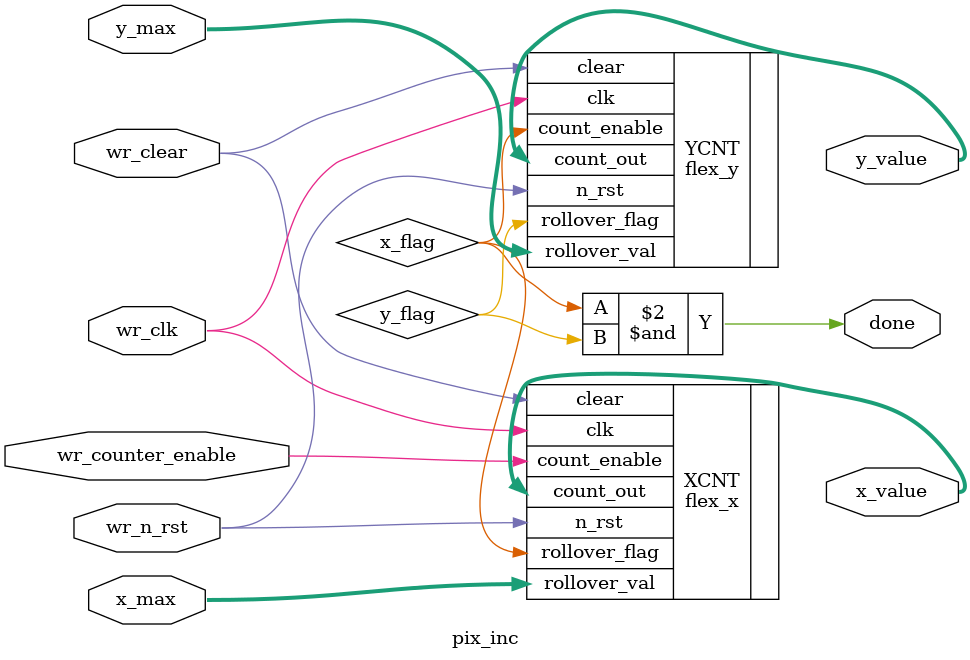
<source format=sv>

module pix_inc
  #(
    parameter NUM_X_BITS = 10,
    parameter NUM_Y_BITS = 10
    )

   (
    input wire 			wr_clk, //wr = wrapper variable
    input wire 			wr_n_rst,
    input wire 			wr_counter_enable,
    input wire [NUM_X_BITS-1:0] x_max,
    input wire [NUM_Y_BITS-1:0] y_max,
    input wire 			wr_clear,

    output reg [NUM_X_BITS-1:0] x_value,
    output reg [NUM_Y_BITS-1:0] y_value,
    output reg 			done
    );

   reg 				x_flag;
   reg 				y_flag;

   flex_x XCNT
     (
      .clk(wr_clk),
      .n_rst(wr_n_rst),
      .clear(wr_clear),
      .count_enable(wr_counter_enable),
      .rollover_val(x_max),

      .count_out(x_value),
      .rollover_flag(x_flag)
      );

   flex_y YCNT
     (
      .clk(wr_clk),
      .n_rst(wr_n_rst),
      .clear(wr_clear),
      .count_enable(x_flag),
      .rollover_val(y_max),

      .count_out(y_value),
      .rollover_flag(y_flag)
      );

   always_comb begin
      done = x_flag & y_flag;
   end

endmodule


</source>
